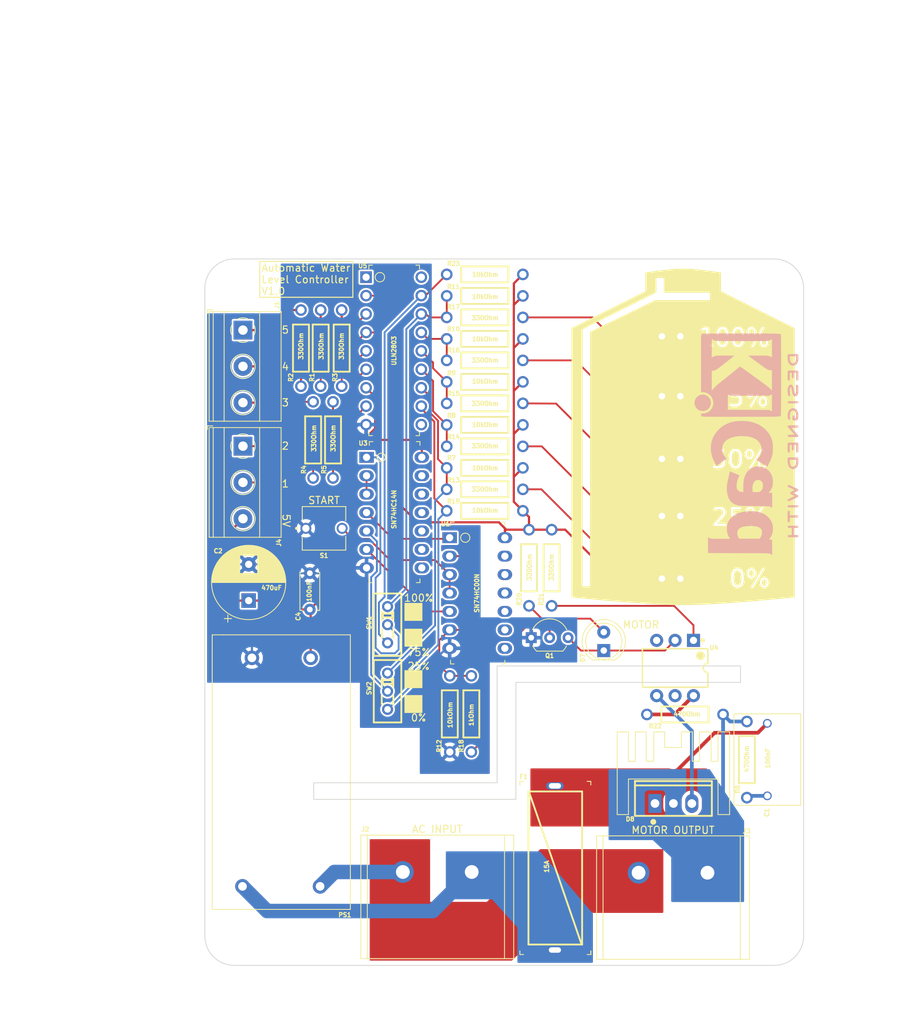
<source format=kicad_pcb>
(kicad_pcb (version 20211014) (generator pcbnew)
  (title_block (title "Controlador para tanque de agua") (date "2022-05-10") (rev "1") (company "Sasori"))
  (layers (0 "F.Cu" signal) (31 "B.Cu" signal) (34 "B.Paste" user) (35 "F.Paste" user) (36 "B.SilkS" user "B.Silkscreen") (37 "F.SilkS" user "F.Silkscreen") (38 "B.Mask" user) (39 "F.Mask" user) (44 "Edge.Cuts" user))
  (net 0 "")
  (net 1 "/5V")
  (net 2 "GNDPWR")
  (net 3 "/RED SNUBBER")
  (net 4 "Net-(D1-Pad1)")
  (net 5 "Net-(D3-Pad1)")
  (net 6 "Net-(D4-Pad1)")
  (net 7 "Net-(D5-Pad1)")
  (net 8 "Net-(D6-Pad1)")
  (net 9 "Net-(D7-Pad1)")
  (net 10 "Net-(D7-Pad2)")
  (net 11 "/LINEA-2")
  (net 12 "Net-(D8-Pad3)")
  (net 13 "/FUSE")
  (net 14 "/5")
  (net 15 "/4")
  (net 16 "/3")
  (net 17 "/LINEA-1")
  (net 18 "/2")
  (net 19 "/1")
  (net 20 "Net-(Q1-Pad2)")
  (net 21 "Net-(R1-Pad1)")
  (net 22 "Net-(R2-Pad1)")
  (net 23 "Net-(R3-Pad1)")
  (net 24 "Net-(R4-Pad1)")
  (net 25 "Net-(R5-Pad1)")
  (net 26 "/N1")
  (net 27 "/N2")
  (net 28 "/N3")
  (net 29 "/N4")
  (net 30 "/N5")
  (net 31 "/2Y")
  (net 32 "/N22")
  (net 33 "Net-(R21-Pad2)")
  (net 34 "Net-(R22-Pad1)")
  (net 35 "/N44")
  (net 36 "Net-(SW1-Pad2)")
  (net 37 "Net-(SW2-Pad2)")
  (net 38 "/SW1")
  (net 39 "Net-(U1-Pad1)")
  (net 40 "Net-(U1-Pad5)")
  (net 47 "/2A")
  (net 59 "Net-(C1-Pad1)")
  (footprint "LibreriaProyecto:cuadrado_inkscape" (layer "F.Cu") (at 135.382 102.997)
    (fp_text reference "75%")
    (fp_text value "LOGO")
  )
  (footprint "HuellasEasyEda:SW-TH_DEALON_SS-12D01-GX" (layer "F.Cu") (at 131.826 101.219 -90)
    (fp_text reference "SW1")
    (fp_text value "SW_SPDT")
  )
  (footprint "HuellasEasyEda:RES-TH_BD2.2-L6.5-P10.50-D0.9_Carbon" (layer "F.Cu") (at 151.3332 93.3704 -90)
    (fp_text reference "R20")
    (fp_text value "330Ohm")
  )
  (footprint "MountingHole:MountingHole_3mm" (layer "F.Cu") (at 131.4196 119.0498)
    (fp_text reference "REF**" hide)
    (fp_text value "MountingHole_3mm")
  )
  (footprint "HuellasEasyEda:CONN-TH_2P-P9.50_DBT50G-9.5-2P_BORNERA_220VAC_Sasori" (layer "F.Cu") (at 171.196 135.4074)
    (fp_text reference "J3")
    (fp_text value "TBLOCK-M2")
  )
  (footprint "HuellasEasyEda:RES-TH_BD2.2-L6.5-P10.50-D0.9_Carbon" (layer "F.Cu") (at 154.4574 93.3704 -90)
    (fp_text reference "R21")
    (fp_text value "330Ohm")
  )
  (footprint "HuellasEasyEda:CONN-TH_2P-P9.50_DBT50G-9.5-2P_BORNERA_220VAC_Sasori" (layer "F.Cu") (at 138.684 135.3058)
    (fp_text reference "J2")
    (fp_text value "TBLOCK-M2")
  )
  (footprint "HuellasEasyEda:RES-TH_BD2.2-L6.5-P10.50-D0.9_Carbon" (layer "F.Cu") (at 145.2372 70.708978)
    (fp_text reference "R15")
    (fp_text value "330Ohm")
  )
  (footprint "CustomFootprints:tanque_Sasori" (layer "F.Cu") (at 172.593 75.311)
    (fp_text reference "G***" hide)
    (fp_text value "LOGO" hide)
  )
  (footprint "HuellasEasyEda:RES-TH_BD2.2-L6.5-P10.50-D0.9_Carbon" (layer "F.Cu") (at 145.2372 61.821289 180)
    (fp_text reference "R10")
    (fp_text value "10kOhm")
  )
  (footprint "Capacitor_THT:CP_Radial_D10.0mm_P5.00mm" (layer "F.Cu") (at 112.6744 97.897077 90)
    (fp_text reference "C2")
    (fp_text value "470uF")
  )
  (footprint "LibreriaProyecto:cuadrado_inkscape" (layer "F.Cu") (at 135.382 99.441)
    (fp_text reference "100%")
    (fp_text value "LOGO")
  )
  (footprint "HuellasEasyEda:RES-TH_BD2.2-L6.5-P10.50-D0.9_Carbon" (layer "F.Cu") (at 119.8872 63.0936 90)
    (fp_text reference "R2")
    (fp_text value "330Ohm")
  )
  (footprint "HuellasEasyEda:RES-TH_BD2.2-L6.5-P10.50-D0.9_Carbon" (layer "F.Cu") (at 145.2372 76.634104)
    (fp_text reference "R14")
    (fp_text value "330Ohm")
  )
  (footprint "LED_THT:LED_D5.0mm" (layer "F.Cu") (at 169.667 69.723)
    (fp_text reference "D4" hide)
    (fp_text value "LED")
  )
  (footprint "MountingHole:MountingHole_3mm" (layer "F.Cu") (at 154.432 114.2238)
    (fp_text reference "REF**" hide)
    (fp_text value "MountingHole_3mm")
  )
  (footprint "FootprintsSnapeda:MetallizedPolypropyleneFilmCapacitor" (layer "F.Cu") (at 184.2008 119.8118 90)
    (fp_text reference "C1")
    (fp_text value "100nF")
  )
  (footprint "MountingHole:MountingHole_3mm" (layer "F.Cu") (at 185.1406 144.1196)
    (fp_text reference "REF**" hide)
    (fp_text value "MountingHole_3mm")
  )
  (footprint "HuellasEasyEda:PWRM-TH_TAS5-X-WEDT-CONVERTER-AC-DC_Sasori" (layer "F.Cu") (at 117.1702 121.539 90)
    (fp_text reference "PS1")
    (fp_text value "HS-40005")
  )
  (footprint "HuellasEasyEda:RES-TH_BD2.2-L6.5-P10.50-D0.9_Carbon" (layer "F.Cu") (at 125.5006 63.0936 90)
    (fp_text reference "R3")
    (fp_text value "330Ohm")
  )
  (footprint "HuellasEasyEda:RES-TH_BD2.2-L6.5-P10.50-D0.9_Carbon" (layer "F.Cu") (at 181.3814 119.8118 90)
    (fp_text reference "R6")
    (fp_text value "470Ohm")
  )
  (footprint "LED_THT:LED_D5.0mm" (layer "F.Cu") (at 169.667 86.233)
    (fp_text reference "D3" hide)
    (fp_text value "LED")
  )
  (footprint "FootprintsSnapeda:HSINK_20_15_11_mm_TO_220" (layer "F.Cu") (at 171.1972 120.2914)
    (fp_text reference "REF**" hide)
    (fp_text value "HSINK_SK_95_25_STS_TO_220")
  )
  (footprint "Package_TO_SOT_THT:TO-92_Inline_Wide" (layer "F.Cu") (at 151.64 103.01)
    (fp_text reference "Q1")
    (fp_text value "2N3904")
  )
  (footprint "HuellasEasyEda:RES-TH_BD2.2-L6.5-P10.50-D0.9_Carbon" (layer "F.Cu") (at 145.2372 55.896163 180)
    (fp_text reference "R11")
    (fp_text value "10kOhm")
  )
  (footprint "HuellasEasyEda:DIP-6_L8.5-W6.4-P2.54-LS7.6-BL_MOC3021" (layer "F.Cu") (at 171.4754 107.188 180)
    (fp_text reference "U4")
    (fp_text value "MOC3021")
  )
  (footprint "MountingHole:MountingHole_3mm" (layer "F.Cu") (at 110.6932 54.864)
    (fp_text reference "REF**" hide)
    (fp_text value "MountingHole_3mm")
  )
  (footprint "HuellasEasyEda:RES-TH_BD2.2-L6.5-P10.50-D0.9_Carbon" (layer "F.Cu") (at 143.383 113.5126 -90)
    (fp_text reference "R18")
    (fp_text value "1kOhm")
  )
  (footprint "HuellasEasyEda:RES-TH_BD2.2-L6.5-P10.50-D0.9_Carbon" (layer "F.Cu") (at 122.605 63.0936 90)
    (fp_text reference "R1")
    (fp_text value "330Ohm")
  )
  (footprint "HuellasEasyEda:RES-TH_BD2.2-L6.5-P10.50-D0.9_Carbon" (layer "F.Cu") (at 145.2372 52.9336 180)
    (fp_text reference "R23")
    (fp_text value "10kOhm")
  )
  (footprint "HuellasEasyEda:RES-TH_BD2.2-L6.5-P10.50-D0.9_Carbon" (layer "F.Cu") (at 145.2372 67.746415 180)
    (fp_text reference "R9")
    (fp_text value "10kOhm")
  )
  (footprint "MountingHole:MountingHole_3mm" (layer "F.Cu") (at 110.6932 144.1196)
    (fp_text reference "REF**" hide)
    (fp_text value "MountingHole_3mm")
  )
  (footprint "HuellasEasyEda:DIP-14_L19.0-W7.0-P2.54-LS7.6-BL" (layer "F.Cu") (at 144.1958 96.8502 -90)
    (fp_text reference "U1")
    (fp_text value "SN74HC00N")
  )
  (footprint "LED_THT:LED_D5.0mm" (layer "F.Cu") (at 169.667 94.869)
    (fp_text reference "D1" hide)
    (fp_text value "LED")
  )
  (footprint "TerminalBlock_Phoenix:TerminalBlock_Phoenix_MKDS-1,5-3_1x03_P5.00mm_Horizontal" (layer "F.Cu") (at 111.887 60.6082 -90)
    (fp_text reference "J1")
    (fp_text value "Screw_Terminal_01x03")
  )
  (footprint "LED_THT:LED_D5.0mm" (layer "F.Cu") (at 161.6456 104.78 90)
    (fp_text reference "D7")
    (fp_text value "LED")
  )
  (footprint "HuellasEasyEda:RES-TH_BD2.2-L6.5-P10.50-D0.9_Carbon" (layer "F.Cu") (at 145.2372 79.596667 180)
    (fp_text reference "R7")
    (fp_text value "10kOhm")
  )
  (footprint "MountingHole:MountingHole_3mm" (layer "F.Cu") (at 185.1406 54.864)
    (fp_text reference "REF**" hide)
    (fp_text value "MountingHole_3mm")
  )
  (footprint "HuellasEasyEda:TO-220-3_L10.0-W4.5-P2.54-L_TRIAC" (layer "F.Cu") (at 171.248 125.8667)
    (fp_text reference "D8")
    (fp_text value "TXDV1212")
  )
  (footprint "HuellasEasyEda:RES-TH_BD2.2-L6.5-P10.50-D0.9_Carbon" (layer "F.Cu") (at 121.5636 75.7428 90)
    (fp_text reference "R4")
    (fp_text value "330Ohm")
  )
  (footprint "HuellasEasyEda:RES-TH_BD2.2-L6.5-P10.50-D0.9_Carbon" (layer "F.Cu") (at 145.2372 85.5218 180)
    (fp_text reference "R19")
    (fp_text value "10kOhm")
  )
  (footprint "HuellasEasyEda:RES-TH_BD2.2-L6.5-P10.50-D0.9_Carbon" (layer "F.Cu") (at 172.847 113.5888)
    (fp_text reference "R22")
    (fp_text value "470Ohm")
  )
  (footprint "LibreriaProyecto:cuadrado_inkscape" (layer "F.Cu") (at 135.382 112.141)
    (fp_text reference "0%")
    (fp_text value "LOGO" hide)
  )
  (footprint "LED_THT:LED_D5.0mm" (layer "F.Cu") (at 169.667 61.468)
    (fp_text reference "D6" hide)
    (fp_text value "LED")
  )
  (footprint "HuellasEasyEda:RES-TH_BD2.2-L6.5-P10.50-D0.9_Carbon" (layer "F.Cu") (at 124.3068 75.7428 90)
    (fp_text reference "R5")
    (fp_text value "330Ohm")
  )
  (footprint "HuellasEasyEda:SW-TH_DEALON_SS-12D01-GX" (layer "F.Cu") (at 131.826 110.3884 -90)
    (fp_text reference "SW2")
    (fp_text value "SW_SPDT")
  )
  (footprint "HuellasEasyEda:RES-TH_BD2.2-L6.5-P10.50-D0.9_Carbon" (layer "F.Cu") (at 145.2372 58.858726)
    (fp_text reference "R17")
    (fp_text value "330Ohm")
  )
  (footprint "HuellasEasyEda:DIP-18_L23.0-W6.5-P2.54-LS7.6-BL" (layer "F.Cu") (at 132.6769 63.4746 -90)
    (fp_text reference "U5")
    (fp_text value "ULN2803")
  )
  (footprint "HuellasEasyEda:RES-TH_BD2.2-L6.5-P10.50-D0.9_Carbon" (layer "F.Cu") (at 140.4112 113.5126 -90)
    (fp_text reference "R12")
    (fp_text value "10kOhm")
  )
  (footprint "FootprintsSnapeda:SW_BUTT-2" (layer "F.Cu") (at 123.063 87.9348)
    (fp_text reference "S1")
    (fp_text value "BUTTON")
  )
  (footprint "HuellasEasyEda:FUSE-TH_L22.6-W9.0_15A" (layer "F.Cu") (at 154.9065 134.75 -90)
    (fp_text reference "F1")
    (fp_text value "15A")
  )
  (footprint "HuellasEasyEda:DIP-14_L19.1-W6.4-P2.54-LS7.6-BL" (layer "F.Cu") (at 132.7404 85.7631 -90)
    (fp_text reference "U3")
    (fp_text value "SN74HC14N")
  )
  (footprint "HuellasEasyEda:RES-TH_BD2.2-L6.5-P10.50-D0.9_Carbon" (layer "F.Cu") (at 145.2372 82.55923)
    (fp_text reference "R13")
    (fp_text value "330Ohm")
  )
  (footprint "HuellasEasyEda:RES-TH_BD2.2-L6.5-P10.50-D0.9_Carbon" (layer "F.Cu") (at 145.2372 73.671541 180)
    (fp_text reference "R8")
    (fp_text value "10kOhm")
  )
  (footprint "LED_THT:LED_D5.0mm" (layer "F.Cu") (at 169.667 78.359)
    (fp_text reference "D5" hide)
    (fp_text value "LED")
  )
  (footprint "HuellasEasyEda:RES-TH_BD2.2-L6.5-P10.50-D0.9_Carbon" (layer "F.Cu") (at 145.2372 64.783852)
    (fp_text reference "R16")
    (fp_text value "330Ohm")
  )
  (footprint "Capacitor_THT:C_Disc_D5.0mm_W2.5mm_P5.00mm" (layer "F.Cu") (at 121.1072 99.1216 90)
    (fp_text reference "C4")
    (fp_text value "100nF")
  )
  (footprint "TerminalBlock_Phoenix:TerminalBlock_Phoenix_MKDS-1,5-3_1x03_P5.00mm_Horizontal" (layer "F.Cu") (at 111.8872 76.6064 -90)
    (fp_text reference "J4")
    (fp_text value "Screw_Terminal_01x03")
  )
  (footprint "LibreriaProyecto:cuadrado_inkscape" (layer "F.Cu") (at 135.382 108.712)
    (fp_text reference "25%")
    (fp_text value "LOGO" hide)
  )
  (footprint "Symbol:KiCad-Logo2_12mm_SilkScreen" (layer "B.Cu") (at 180.086 76.327 -90)
    (fp_text reference "REF**" hide)
    (fp_text value "KiCad-Logo2_12mm_SilkScreen" hide)
  )
  (gr_line (start 114.21 56.0865) (end 114.21 51.1335) (layer "F.SilkS") (width 0.15))
  (gr_line (start 114.21 51.1335) (end 127.037 51.1335) (layer "F.SilkS") (width 0.15))
  (gr_line (start 127.037 56.0865) (end 114.21 56.0865) (layer "F.SilkS") (width 0.15))
  (gr_line (start 127.037 51.1335) (end 127.037 56.0865) (layer "F.SilkS") (width 0.15))
  (gr_line (start 146.939 106.9086) (end 180.4924 106.9086) (layer "Edge.Cuts") (width 0.1))
  (gr_line (start 110.6932 50.8) (end 185.1406 50.8) (layer "Edge.Cuts") (width 0.1))
  (gr_line (start 106.6292 144.1196) (end 106.6292 54.864) (layer "Edge.Cuts") (width 0.1))
  (gr_line (start 149.5298 109.1692) (end 149.5298 125.2982) (layer "Edge.Cuts") (width 0.1))
  (gr_line (start 121.6406 125.2982) (end 121.6406 123.0122) (layer "Edge.Cuts") (width 0.1))
  (gr_line (start 121.6406 123.0122) (end 146.939 123.0122) (layer "Edge.Cuts") (width 0.1))
  (gr_arc (start 110.6932 148.1836) (mid 107.819518 146.993282) (end 106.6292 144.1196) (layer "Edge.Cuts") (width 0.1))
  (gr_arc (start 106.6292 54.864) (mid 107.819518 51.990318) (end 110.6932 50.8) (layer "Edge.Cuts") (width 0.1))
  (gr_line (start 180.4924 109.1692) (end 149.5298 109.1692) (layer "Edge.Cuts") (width 0.1))
  (gr_line (start 146.939 123.0122) (end 146.939 106.9086) (layer "Edge.Cuts") (width 0.1))
  (gr_arc (start 189.2046 144.1196) (mid 188.014282 146.993282) (end 185.1406 148.1836) (layer "Edge.Cuts") (width 0.1))
  (gr_arc (start 185.1406 50.8) (mid 188.014282 51.990318) (end 189.2046 54.864) (layer "Edge.Cuts") (width 0.1))
  (gr_line (start 149.5298 125.2982) (end 121.6406 125.2982) (layer "Edge.Cuts") (width 0.1))
  (gr_line (start 180.4924 106.9086) (end 180.4924 109.1692) (layer "Edge.Cuts") (width 0.1))
  (gr_line (start 189.2046 54.864) (end 189.2046 144.1196) (layer "Edge.Cuts") (width 0.1))
  (gr_line (start 110.6932 148.1836) (end 185.1406 148.1836) (layer "Edge.Cuts") (width 0.1))
  (gr_text "Automatic Water \nLevel Controller \nV1.0" (at 114.36 53.64) (layer "F.SilkS") (effects (font (size 1 1)) (justify left)))
  (gr_text "5V" (at 117.856 86.868 270) (layer "F.SilkS") (effects (font (size 1 1))))
  (gr_text "AC INPUT" (at 138.684 129.413) (layer "F.SilkS") (effects (font (size 1 1))))
  (gr_text "3" (at 117.729 70.612) (layer "F.SilkS") (effects (font (size 1 1))))
  (gr_text "START" (at 123.063 84.074) (layer "F.SilkS") (effects (font (size 1 1))))
  (gr_text "MOTOR" (at 166.77 101.22) (layer "F.SilkS") (effects (font (size 1 1))))
  (gr_text "4" (at 117.729 65.659) (layer "F.SilkS") (effects (font (size 1 1))))
  (gr_text "5" (at 117.729 60.579) (layer "F.SilkS") (effects (font (size 1 1))))
  (gr_text "2" (at 117.729 76.581) (layer "F.SilkS") (effects (font (size 1 1))))
  (gr_text "MOTOR OUTPUT" (at 171.196 129.54) (layer "F.SilkS") (effects (font (size 1 1))))
  (gr_text "1" (at 117.729 81.788) (layer "F.SilkS") (effects (font (size 1 1))))
  (segment (start 171.577 96.901) (end 172.212 96.266) (width 0.3) (layer "F.Cu") (net 1))
  (segment (start 149.2372 80.846667) (end 150.4872 79.596667) (width 0.3) (layer "F.Cu") (net 1))
  (segment (start 172.207 86.233) (end 172.207 78.359) (width 0.3) (layer "F.Cu") (net 1))
  (segment (start 149.2372 74.921541) (end 149.2372 68.996415) (width 0.3) (layer "F.Cu") (net 1))
  (segment (start 121.2202 105.789) (end 121.2202 99.2346) (width 0.3) (layer "F.Cu") (net 1))
  (segment (start 147.32 87.249) (end 147.1741 87.1031) (width 0.3) (layer "F.Cu") (net 1))
  (segment (start 172.207 69.723) (end 172.207 61.468) (width 0.3) (layer "F.Cu") (net 1))
  (segment (start 154.4574 88.1204) (end 156.3194 88.1204) (width 0.3) (layer "F.Cu") (net 1))
  (segment (start 150.4872 52.9336) (end 149.2504 54.1704) (width 0.3) (layer "F.Cu") (net 1))
  (segment (start 149.2372 80.846667) (end 149.2372 74.921541) (width 0.3) (layer "F.Cu") (net 1))
  (segment (start 127.4804 76.9431) (end 128.6807 75.7428) (width 0.3) (layer "F.Cu") (net 1))
  (segment (start 149.2372 68.996415) (end 149.2372 63.071289) (width 0.3) (layer "F.Cu") (net 1))
  (segment (start 109.7788 88.7148) (end 111.8872 86.6064) (width 0.3) (layer "F.Cu") (net 1))
  (segment (start 148.0058 87.9348) (end 148.0058 89.2302) (width 0.3) (layer "F.Cu") (net 1))
  (segment (start 147.32 87.249) (end 148.0058 87.9348) (width 0.3) (layer "F.Cu") (net 1))
  (segment (start 133.223 75.7428) (end 135.7884 75.7428) (width 0.3) (layer "F.Cu") (net 1))
  (segment (start 123.6218 86.106) (end 127.4804 82.2474) (width 0.3) (layer "F.Cu") (net 1))
  (segment (start 156.3194 88.1204) (end 165.1 96.901) (width 0.3) (layer "F.Cu") (net 1))
  (segment (start 123.6218 96.607) (end 123.6218 86.106) (width 0.3) (layer "F.Cu") (net 1))
  (segment (start 109.7788 96.3676) (end 109.7788 88.7148) (width 0.3) (layer "F.Cu") (net 1))
  (segment (start 151.3332 88.1204) (end 154.4574 88.1204) (width 0.3) (layer "F.Cu") (net 1))
  (segment (start 148.0058 89.2302) (end 148.0058 88.306) (width 0.3) (layer "F.Cu") (net 1))
  (segment (start 149.2372 63.071289) (end 149.2372 57.146163) (width 0.3) (layer "F.Cu") (net 1))
  (segment (start 172.207 96.261) (end 172.207 94.869) (width 0.3) (layer "F.Cu") (net 1))
  (segment (start 151.3332 86.3678) (end 150.4872 85.5218) (width 0.3) (layer "F.Cu") (net 1))
  (segment (start 135.7884 75.7428) (end 136.5504 76.5048) (width 0.3) (layer "F.Cu") (net 1))
  (segment (start 117.1556 99.1216) (end 121.1072 99.1216) (width 0.3) (layer "F.Cu") (net 1))
  (segment (start 147.1741 87.1031) (end 135.943344 87.1031) (width 0.3) (layer "F.Cu") (net 1))
  (segment (start 111.308277 97.897077) (end 109.7788 96.3676) (width 0.3) (layer "F.Cu") (net 1))
  (segment (start 128.6807 75.7428) (end 133.223 75.7428) (width 0.3) (layer "F.Cu") (net 1))
  (segment (start 121.2202 99.2346) (end 121.1072 99.1216) (width 0.3) (layer "F.Cu") (net 1))
  (segment (start 149.2372 84.2718) (end 149.2372 80.846667) (width 0.3) (layer "F.Cu") (net 1))
  (segment (start 149.2504 57.132963) (end 149.2372 57.146163) (width 0.3) (layer "F.Cu") (net 1))
  (segment (start 149.2372 74.921541) (end 150.4872 73.671541) (width 0.3) (layer "F.Cu") (net 1))
  (segment (start 147.32 87.249) (end 148.1914 88.1204) (width 0.3) (layer "F.Cu") (net 1))
  (segment (start 135.943344 87.1031) (end 132.5372 83.696956) (width 0.3) (layer "F.Cu") (net 1))
  (segment (start 172.207 94.869) (end 172.207 86.233) (width 0.3) (layer "F.Cu") (net 1))
  (segment (start 148.1914 88.1204) (end 151.3332 88.1204) (width 0.3) (layer "F.Cu") (net 1))
  (segment (start 149.2372 57.146163) (end 150.4872 55.896163) (width 0.3) (layer "F.Cu") (net 1))
  (segment (start 133.1976 75.7428) (end 133.223 75.7428) (width 0.3) (layer "F.Cu") (net 1))
  (segment (start 132.5372 76.4032) (end 133.1976 75.7428) (width 0.3) (layer "F.Cu") (net 1))
  (segment (start 136.5504 76.5048) (end 136.5504 78.1431) (width 0.3) (layer "F.Cu") (net 1))
  (segment (start 112.6744 97.897077) (end 115.931077 97.897077) (width 0.3) (layer "F.Cu") (net 1))
  (segment (start 149.2372 63.071289) (end 150.4872 61.821289) (width 0.3) (layer "F.Cu") (net 1))
  (segment (start 149.2372 68.996415) (end 150.4872 67.746415) (width 0.3) (layer "F.Cu") (net 1))
  (segment (start 112.6744 97.897077) (end 111.308277 97.897077) (width 0.3) (layer "F.Cu") (net 1))
  (segment (start 115.931077 97.897077) (end 117.1556 99.1216) (width 0.3) (layer "F.Cu") (net 1))
  (segment (start 148.0058 88.306) (end 148.1914 88.1204) (width 0.3) (layer "F.Cu") (net 1))
  (segment (start 151.3332 88.1204) (end 151.3332 86.3678) (width 0.3) (layer "F.Cu") (net 1))
  (segment (start 172.212 96.266) (end 172.207 96.261) (width 0.3) (layer "F.Cu") (net 1))
  (segment (start 165.1 96.901) (end 171.577 96.901) (width 0.3) (layer "F.Cu") (net 1))
  (segment (start 149.2504 54.1704) (end 149.2504 57.132963) (width 0.3) (layer "F.Cu") (net 1))
  (segment (start 127.4804 82.2474) (end 127.4804 76.9431) (width 0.3) (layer "F.Cu") (net 1))
  (segment (start 121.1072 99.1216) (end 123.6218 96.607) (width 0.3) (layer "F.Cu") (net 1))
  (segment (start 150.4872 85.5218) (end 149.2372 84.2718) (width 0.3) (layer "F.Cu") (net 1))
  (segment (start 132.5372 83.696956) (end 132.5372 76.4032) (width 0.3) (layer "F.Cu") (net 1))
  (segment (start 172.207 78.359) (end 172.207 69.723) (width 0.3) (layer "F.Cu") (net 1))
  (segment (start 138.2014 106.1974) (end 136.1186 108.2802) (width 0.3) (layer "B.Cu") (net 2))
  (segment (start 136.1186 113.3348) (end 134.6962 114.7572) (width 0.3) (layer "B.Cu") (net 2))
  (segment (start 111.191923 92.897077) (end 112.6744 92.897077) (width 0.3) (layer "B.Cu") (net 2))
  (segment (start 113.1202 103.3412) (end 110.363 100.584) (width 0.3) (layer "B.Cu") (net 2))
  (segment (start 110.363 100.584) (end 110.363 93.726) (width 0.3) (layer "B.Cu") (net 2))
  (segment (start 128.9304 113.792) (end 128.9304 93.3831) (width 0.3) (layer "B.Cu") (net 2))
  (segment (start 128.8669 73.6346) (end 127.8636 73.6346) (width 0.3) (layer "B.Cu") (net 2))
  (segment (start 120.563 87.9348) (end 117.8941 90.6037) (width 0.3) (layer "B.Cu") (net 2))
  (segment (start 129.8956 114.7572) (end 128.9304 113.792) (width 0.3) (layer "B.Cu") (net 2))
  (segment (start 149.7076 106.1974) (end 138.2014 106.1974) (width 0.3) (layer "B.Cu") (net 2))
  (segment (start 117.154077 92.897077) (end 117.8941 93.6371) (width 0.3) (layer "B.Cu") (net 2))
  (segment (start 113.1202 105.789) (end 113.1202 103.3412) (width 0.3) (layer "B.Cu") (net 2))
  (segment (start 118.3786 94.1216) (end 121.1072 94.1216) (width 0.3) (layer "B.Cu") (net 2))
  (segment (start 151.64 103.01) (end 151.64 104.265) (width 0.3) (layer "B.Cu") (net 2))
  (segment (start 117.8941 90.6037) (end 117.8941 93.6371) (width 0.3) (layer "B.Cu") (net 2))
  (segment (start 124.9026 94.1216) (end 125.6411 93.3831) (width 0.3) (layer "B.Cu") (net 2))
  (segment (start 134.6962 114.7572) (end 129.8956 114.7572) (width 0.3) (layer "B.Cu") (net 2))
  (segment (start 121.1072 94.1216) (end 124.9026 94.1216) (width 0.3) (layer "B.Cu") (net 2))
  (segment (start 140.3858 104.4702) (end 139.9286 104.4702) (width 0.3) (layer "B.Cu") (net 2))
  (segment (start 127.8636 73.6346) (end 126.767 74.7312) (width 0.3) (layer "B.Cu") (net 2))
  (segment (start 151.64 104.265) (end 149.7076 106.1974) (width 0.3) (layer "B.Cu") (net 2))
  (segment (start 112.6744 92.897077) (end 117.154077 92.897077) (width 0.3) (layer "B.Cu") (net 2))
  (segment (start 136.1186 108.2802) (end 136.1186 113.3348) (width 0.3) (layer "B.Cu") (net 2))
  (segment (start 110.363 93.726) (end 111.191923 92.897077) (width 0.3) (layer "B.Cu") (net 2))
  (segment (start 126.767 74.7312) (end 126.767 92.2572) (width 0.3) (layer "B.Cu") (net 2))
  (segment (start 139.9286 104.4702) (end 138.2014 106.1974) (width 0.3) (layer "B.Cu") (net 2))
  (segment (start 117.8941 93.6371) (end 118.3786 94.1216) (width 0.3) (layer "B.Cu") (net 2))
  (segment (start 126.767 92.2572) (end 125.6411 93.3831) (width 0.3) (layer "B.Cu") (net 2))
  (segment (start 125.6411 93.3831) (end 128.9304 93.3831) (width 0.3) (layer "B.Cu") (net 2))
  (segment (start 168.708 124.342) (end 168.708 125.8617) (width 0.508) (layer "F.Cu") (net 3))
  (segment (start 182.8968 116.1158) (end 176.9342 116.1158) (width 0.508) (layer "F.Cu") (net 3))
  (segment (start 184.2008 114.8118) (end 182.8968 116.1158) (width 0.508) (layer "F.Cu") (net 3))
  (segment (start 176.9342 116.1158) (end 168.708 124.342) (width 0.508) (layer "F.Cu") (net 3))
  (segment (start 150.4872 82.55923) (end 153.04423 82.55923) (width 0.25) (layer "F.Cu") (net 4))
  (segment (start 165.354 94.869) (end 169.667 94.869) (width 0.25) (layer "F.Cu") (net 4))
  (segment (start 153.04423 82.55923) (end 165.354 94.869) (width 0.25) (layer "F.Cu") (net 4))
  (segment (start 150.4872 76.634104) (end 153.088104 76.634104) (width 0.25) (layer "F.Cu") (net 5))
  (segment (start 153.088104 76.634104) (end 162.687 86.233) (width 0.25) (layer "F.Cu") (net 5))
  (segment (start 162.687 86.233) (end 169.667 86.233) (width 0.25) (layer "F.Cu") (net 5))
  (segment (start 157.747852 64.783852) (end 162.687 69.723) (width 0.25) (layer "F.Cu") (net 6))
  (segment (start 162.687 69.723) (end 169.667 69.723) (width 0.25) (layer "F.Cu") (net 6))
  (segment (start 150.4872 64.783852) (end 157.747852 64.783852) (width 0.25) (layer "F.Cu") (net 6))
  (segment (start 155.067 70.739) (end 162.687 78.359) (width 0.25) (layer "F.Cu") (net 7))
  (segment (start 162.687 78.359) (end 169.667 78.359) (width 0.25) (layer "F.Cu") (net 7))
  (segment (start 155.067 70.739) (end 150.4872 70.708978) (width 0.25) (layer "F.Cu") (net 7))
  (segment (start 150.4872 58.858726) (end 160.077726 58.858726) (width 0.25) (layer "F.Cu") (net 8))
  (segment (start 162.687 61.468) (end 169.667 61.468) (width 0.25) (layer "F.Cu") (net 8))
  (segment (start 160.077726 58.858726) (end 162.687 61.468) (width 0.25) (layer "F.Cu") (net 8))
  (segment (start 156.72 103.01) (end 158.49 104.78) (width 0.25) (layer "F.Cu") (net 9))
  (segment (start 161.6456 104.78) (end 170.0734 104.78) (width 0.25) (layer "F.Cu") (net 9))
  (segment (start 170.0734 104.78) (end 171.4754 103.378) (width 0.25) (layer "F.Cu") (net 9))
  (segment (start 158.49 104.78) (end 161.6456 104.78) (width 0.25) (layer "F.Cu") (net 9))
  (segment (start 153.0936 100.3808) (end 159.7864 100.3808) (width 0.25) (layer "F.Cu") (net 10))
  (segment (start 159.7864 100.3808) (end 161.6456 102.24) (width 0.25) (layer "F.Cu") (net 10))
  (segment (start 151.3332 98.6204) (end 153.0936 100.3808) (width 0.25) (layer "F.Cu") (net 10))
  (segment (start 178.097 133.2564) (end 175.946 135.4074) (width 0.508) (layer "B.Cu") (net 11))
  (segment (start 181.3814 114.5618) (end 179.07 114.5618) (width 0.508) (layer "B.Cu") (net 11))
  (segment (start 178.097 113.5888) (end 178.097 133.2564) (width 0.508) (layer "B.Cu") (net 11))
  (segment (start 179.07 114.5618) (end 178.097 113.5888) (width 0.508) (layer "B.Cu") (net 11))
  (segment (start 168.9354 110.998) (end 173.788 115.8506) (width 0.508) (layer "B.Cu") (net 12))
  (segment (start 173.788 115.8506) (end 173.788 125.8717) (width 0.508) (layer "B.Cu") (net 12))
  (segment (start 138.0492 140.6906) (end 143.434 135.3058) (width 2) (layer "B.Cu") (net 13))
  (segment (start 111.8202 137.289) (end 115.2218 140.6906) (width 2) (layer "B.Cu") (net 13))
  (segment (start 115.2218 140.6906) (end 138.0492 140.6906) (width 2) (layer "B.Cu") (net 13))
  (segment (start 111.887 60.6082) (end 114.8804 60.6082) (width 0.3) (layer "F.Cu") (net 14))
  (segment (start 114.8804 60.6082) (end 117.645 57.8436) (width 0.3) (layer "F.Cu") (net 14))
  (segment (start 117.645 57.8436) (end 119.8872 57.8436) (width 0.3) (layer "F.Cu") (net 14))
  (segment (start 116.6114 65.6082) (end 122.6058 59.6138) (width 0.3) (layer "F.Cu") (net 15))
  (segment (start 111.887 65.6082) (end 116.6114 65.6082) (width 0.3) (layer "F.Cu") (net 15))
  (segment (start 122.605 59.613) (end 122.605 57.8436) (width 0.3) (layer "F.Cu") (net 15))
  (segment (start 122.6058 59.6138) (end 122.605 59.613) (width 0.25) (layer "F.Cu") (net 15))
  (segment (start 114.2022 70.6082) (end 111.887 70.6082) (width 0.3) (layer "F.Cu") (net 16))
  (segment (start 125.5006 59.3098) (end 114.2022 70.6082) (width 0.3) (layer "F.Cu") (net 16))
  (segment (start 125.5006 57.8436) (end 125.5006 59.3098) (width 0.3) (layer "F.Cu") (net 16))
  (segment (start 133.934 135.3058) (end 124.5034 135.3058) (width 2) (layer "B.Cu") (net 17))
  (segment (start 124.5034 135.3058) (end 122.5202 137.289) (width 2) (layer "B.Cu") (net 17))
  (segment (start 119.8802 70.4928) (end 113.7412 76.6318) (width 0.25) (layer "F.Cu") (net 18))
  (segment (start 113.7412 76.6318) (end 113.7158 76.6064) (width 0.25) (layer "F.Cu") (net 18))
  (segment (start 113.7158 76.6064) (end 111.8872 76.6064) (width 0.25) (layer "F.Cu") (net 18))
  (segment (start 121.5636 70.4928) (end 119.8802 70.4928) (width 0.25) (layer "F.Cu") (net 18))
  (segment (start 115.9802 81.6064) (end 111.8872 81.6064) (width 0.25) (layer "F.Cu") (net 19))
  (segment (start 124.3068 73.2798) (end 115.9802 81.6064) (width 0.25) (layer "F.Cu") (net 19))
  (segment (start 124.3068 70.4928) (end 124.3068 73.2798) (width 0.25) (layer "F.Cu") (net 19))
  (segment (start 150.93 101.5) (end 153.62 101.5) (width 0.25) (layer "F.Cu") (net 20))
  (segment (start 145.1786 116.967) (end 145.1864 116.967) (width 0.25) (layer "F.Cu") (net 20))
  (segment (start 149.17 103.26) (end 150.93 101.5) (width 0.25) (layer "F.Cu") (net 20))
  (segment (start 145.3642 116.7892) (end 145.3642 104.9258) (width 0.25) (layer "F.Cu") (net 20))
  (segment (start 145.3642 104.9258) (end 147.03 103.26) (width 0.25) (layer "F.Cu") (net 20))
  (segment (start 153.62 101.5) (end 154.18 102.06) (width 0.25) (layer "F.Cu") (net 20))
  (segment (start 147.03 103.26) (end 149.17 103.26) (width 0.25) (layer "F.Cu") (net 20))
  (segment (start 143.383 118.7626) (end 145.1786 116.967) (width 0.25) (layer "F.Cu") (net 20))
  (segment (start 145.1864 116.967) (end 145.3642 116.7892) (width 0.25) (layer "F.Cu") (net 20))
  (segment (start 154.18 102.06) (end 154.18 103.01) (width 0.25) (layer "F.Cu") (net 20))
  (segment (start 122.605 67.1965) (end 128.8669 60.9346) (width 0.25) (layer "F.Cu") (net 21))
  (segment (start 122.605 68.3436) (end 122.605 67.1965) (width 0.25) (layer "F.Cu") (net 21))
  (segment (start 128.8669 60.9346) (end 130.2512 60.9346) (width 0.25) (layer "F.Cu") (net 21))
  (segment (start 130.2512 60.9346) (end 130.7846 60.4012) (width 0.25) (layer "F.Cu") (net 21))
  (segment (start 130.7846 56.515) (end 130.1242 55.8546) (width 0.25) (layer "F.Cu") (net 21))
  (segment (start 130.1242 55.8546) (end 128.8669 55.8546) (width 0.25) (layer "F.Cu") (net 21))
  (segment (start 130.7846 60.4012) (end 130.7846 56.515) (width 0.25) (layer "F.Cu") (net 21))
  (segment (start 119.8872 67.3743) (end 128.8669 58.3946) (width 0.25) (layer "F.Cu") (net 22))
  (segment (start 119.8872 68.3436) (end 119.8872 67.3743) (width 0.25) (layer "F.Cu") (net 22))
  (segment (start 125.5006 68.3436) (end 125.5006 66.8409) (width 0.25) (layer "F.Cu") (net 23))
  (segment (start 125.5006 66.8409) (end 128.8669 63.4746) (width 0.25) (layer "F.Cu") (net 23))
  (segment (start 128.8669 66.0146) (end 127.36195 67.51955) (width 0.25) (layer "F.Cu") (net 24))
  (segment (start 121.5636 78.3979) (end 127.36195 72.59955) (width 0.25) (layer "F.Cu") (net 24))
  (segment (start 127.36195 72.59955) (end 128.8669 71.0946) (width 0.25) (layer "F.Cu") (net 24))
  (segment (start 121.5636 80.9928) (end 121.5636 78.3979) (width 0.25) (layer "F.Cu") (net 24))
  (segment (start 127.36195 67.51955) (end 127.36195 72.59955) (width 0.25) (layer "F.Cu") (net 24))
  (segment (start 128.8669 68.5546) (end 130.0919 69.7796) (width 0.25) (layer "F.Cu") (net 25))
  (segment (start 124.3068 78.6646) (end 124.3068 80.9928) (width 0.25) (layer "F.Cu") (net 25))
  (segment (start 129.0828 75.1678) (end 127.8036 75.1678) (width 0.25) (layer "F.Cu") (net 25))
  (segment (start 130.0919 69.7796) (end 130.0919 74.1587) (width 0.25) (layer "F.Cu") (net 25))
  (segment (start 130.0919 74.1587) (end 129.0828 75.1678) (width 0.25) (layer "F.Cu") (net 25))
  (segment (start 127.8036 75.1678) (end 124.3068 78.6646) (width 0.25) (layer "F.Cu") (net 25))
  (segment (start 137.6498 69.7175) (end 136.4869 68.5546) (width 0.25) (layer "F.Cu") (net 26))
  (segment (start 137.6498 71.970537) (end 137.6498 69.7175) (width 0.25) (layer "F.Cu") (net 26))
  (segment (start 139.9872 79.596667) (end 139.9872 82.55923) (width 0.25) (layer "F.Cu") (net 26))
  (segment (start 138.7856 73.106337) (end 137.6498 71.970537) (width 0.25) (layer "F.Cu") (net 26))
  (segment (start 138.7856 78.395067) (end 138.7856 73.106337) (width 0.25) (layer "F.Cu") (net 26))
  (segment (start 139.9872 79.596667) (end 138.7856 78.395067) (width 0.25) (layer "F.Cu") (net 26))
  (segment (start 138.4046 84.1502) (end 138.3864 84.1684) (width 0.25) (layer "B.Cu") (net 26))
  (segment (start 139.9872 82.55923) (end 138.4046 84.14183) (width 0.25) (layer "B.Cu") (net 26))
  (segment (start 138.3864 84.1684) (end 138.3864 101.328) (width 0.25) (layer "B.Cu") (net 26))
  (segment (start 138.3864 101.328) (end 131.826 107.8884) (width 0.25) (layer "B.Cu") (net 26))
  (segment (start 138.4046 84.14183) (end 138.4046 84.1502) (width 0.25) (layer "B.Cu") (net 26))
  (segment (start 139.9872 73.671541) (end 138.0998 71.784141) (width 0.25) (layer "F.Cu") (net 27))
  (segment (start 138.0998 67.6275) (end 136.4869 66.0146) (width 0.25) (layer "F.Cu") (net 27))
  (segment (start 138.0998 71.784141) (end 138.0998 67.6275) (width 0.25) (layer "F.Cu") (net 27))
  (segment (start 139.9872 73.671541) (end 139.9872 76.634104) (width 0.25) (layer "F.Cu") (net 27))
  (segment (start 138.0998 65.859015) (end 139.9872 67.746415) (width 0.25) (layer "F.Cu") (net 28))
  (segment (start 136.4869 63.4746) (end 138.0998 65.0875) (width 0.25) (layer "F.Cu") (net 28))
  (segment (start 139.9872 67.746415) (end 139.9872 70.708978) (width 0.25) (layer "F.Cu") (net 28))
  (segment (start 138.0998 65.0875) (end 138.0998 65.859015) (width 0.25) (layer "F.Cu") (net 28))
  (segment (start 139.9872 61.821289) (end 139.9872 64.783852) (width 0.25) (layer "F.Cu") (net 29))
  (segment (start 139.9872 61.821289) (end 137.373589 61.821289) (width 0.25) (layer "F.Cu") (net 29))
  (segment (start 137.373589 61.821289) (end 136.4869 60.9346) (width 0.25) (layer "F.Cu") (net 29))
  (segment (start 137.1346 58.3946) (end 136.4869 58.3946) (width 0.25) (layer "F.Cu") (net 30))
  (segment (start 137.598726 58.858726) (end 137.1346 58.3946) (width 0.25) (layer "F.Cu") (net 30))
  (segment (start 139.9872 58.858726) (end 137.598726 58.858726) (width 0.25) (layer "F.Cu") (net 30))
  (segment (start 139.9872 55.896163) (end 139.9872 58.858726) (width 0.25) (layer "F.Cu") (net 30))
  (segment (start 136.4869 58.3946) (end 134.4168 60.4647) (width 0.25) (layer "B.Cu") (net 30))
  (segment (start 134.4168 60.4647) (end 134.4168 96.2152) (width 0.25) (layer "B.Cu") (net 30))
  (segment (start 131.913 98.719) (end 131.826 98.719) (width 0.25) (layer "B.Cu") (net 30))
  (segment (start 134.4168 96.2152) (end 131.913 98.719) (width 0.25) (layer "B.Cu") (net 30))
  (segment (start 143.383 108.2626) (end 140.4112 108.2626) (width 0.25) (layer "F.Cu") (net 31))
  (segment (start 138.9608 106.8122) (end 138.9608 103.3552) (width 0.25) (layer "F.Cu") (net 31))
  (segment (start 138.9608 103.3552) (end 140.3858 101.9302) (width 0.25) (layer "F.Cu") (net 31))
  (segment (start 140.4112 108.2626) (end 138.9608 106.8122) (width 0.25) (layer "F.Cu") (net 31))
  (segment (start 141.6558 91.7702) (end 142.3416 92.456) (width 0.25) (layer "F.Cu") (net 31))
  (segment (start 141.7828 101.9302) (end 140.3858 101.9302) (width 0.25) (layer "F.Cu") (net 31))
  (segment (start 142.3416 101.3714) (end 141.7828 101.9302) (width 0.25) (layer "F.Cu") (net 31))
  (segment (start 140.3858 91.7702) (end 141.6558 91.7702) (width 0.25) (layer "F.Cu") (net 31))
  (segment (start 142.3416 92.456) (end 142.3416 101.3714) (width 0.25) (layer "F.Cu") (net 31))
  (segment (start 138.2776 73.234733) (end 138.2776 83.8122) (width 0.25) (layer "F.Cu") (net 32))
  (segment (start 138.2776 83.8122) (end 139.9872 85.5218) (width 0.25) (layer "F.Cu") (net 32))
  (segment (start 136.4869 71.0946) (end 136.4869 71.444033) (width 0.25) (layer "F.Cu") (net 32))
  (segment (start 136.4869 71.444033) (end 138.2776 73.234733) (width 0.25) (layer "F.Cu") (net 32))
  (segment (start 135.1026 107.696) (end 135.1026 109.6118) (width 0.25) (layer "B.Cu") (net 32))
  (segment (start 135.1026 109.6118) (end 131.826 112.8884) (width 0.25) (layer "B.Cu") (net 32))
  (segment (start 138.8364 86.6726) (end 138.8364 103.9622) (width 0.25) (layer "B.Cu") (net 32))
  (segment (start 139.9872 85.5218) (end 138.8364 86.6726) (width 0.25) (layer "B.Cu") (net 32))
  (segment (start 138.8364 103.9622) (end 135.1026 107.696) (width 0.25) (layer "B.Cu") (net 32))
  (segment (start 171.3406 98.6204) (end 174.0154 101.2952) (width 0.25) (layer "F.Cu") (net 33))
  (segment (start 154.4574 98.6204) (end 171.3406 98.6204) (width 0.25) (layer "F.Cu") (net 33))
  (segment (start 174.0154 101.2952) (end 174.0154 103.378) (width 0.25) (layer "F.Cu") (net 33))
  (segment (start 167.597 113.5888) (end 171.4246 113.5888) (width 0.508) (layer "F.Cu") (net 34))
  (segment (start 171.4246 113.5888) (end 174.0154 110.998) (width 0.508) (layer "F.Cu") (net 34))
  (segment (start 139.9872 52.9336) (end 137.0662 55.8546) (width 0.25) (layer "F.Cu") (net 35))
  (segment (start 137.0662 55.8546) (end 136.4869 55.8546) (width 0.25) (layer "F.Cu") (net 35))
  (segment (start 131.4196 60.9219) (end 131.4196 97.3836) (width 0.25) (layer "B.Cu") (net 35))
  (segment (start 131.4196 97.3836) (end 130.6322 98.171) (width 0.25) (layer "B.Cu") (net 35))
  (segment (start 130.6322 98.171) (end 130.6322 102.5252) (width 0.25) (layer "B.Cu") (net 35))
  (segment (start 130.6322 102.5252) (end 131.826 103.719) (width 0.25) (layer "B.Cu") (net 35))
  (segment (start 136.4869 55.8546) (end 131.4196 60.9219) (width 0.25) (layer "B.Cu") (net 35))
  (segment (start 132.842 105.156) (end 130.937 105.156) (width 0.25) (layer "B.Cu") (net 36))
  (segment (start 131.826 101.219) (end 133.35 102.743) (width 0.25) (layer "B.Cu") (net 36))
  (segment (start 130.1822 104.4012) (end 130.1822 94.7602) (width 0.25) (layer "B.Cu") (net 36))
  (segment (start 130.2385 78.1431) (end 128.9304 78.1431) (width 0.25) (layer "B.Cu") (net 36))
  (segment (start 133.35 104.648) (end 132.842 105.156) (width 0.25) (layer "B.Cu") (net 36))
  (segment (start 130.1822 94.7602) (end 130.8354 94.107) (width 0.25) (layer "B.Cu") (net 36))
  (segment (start 130.937 105.156) (end 130.1822 104.4012) (width 0.25) (layer "B.Cu") (net 36))
  (segment (start 130.8354 94.107) (end 130.8354 78.74) (width 0.25) (layer "B.Cu") (net 36))
  (segment (start 133.35 102.743) (end 133.35 104.648) (width 0.25) (layer "B.Cu") (net 36))
  (segment (start 130.8354 78.74) (end 130.2385 78.1431) (width 0.25) (layer "B.Cu") (net 36))
  (segment (start 130.3554 93.869801) (end 130.3554 89.7281) (width 0.25) (layer "B.Cu") (net 37))
  (segment (start 131.826 110.3884) (end 129.5654 108.1278) (width 0.25) (layer "B.Cu") (net 37))
  (segment (start 130.3554 89.7281) (end 128.9304 88.3031) (width 0.25) (layer "B.Cu") (net 37))
  (segment (start 129.5654 108.1278) (end 129.5654 94.659801) (width 0.25) (layer "B.Cu") (net 37))
  (segment (start 129.5654 94.659801) (end 130.3554 93.869801) (width 0.25) (layer "B.Cu") (net 37))
  (segment (start 140.3858 94.3102) (end 138.3837 92.3081) (width 0.25) (layer "F.Cu") (net 38))
  (segment (start 132.16568 92.3081) (end 129.24018 89.3826) (width 0.25) (layer "F.Cu") (net 38))
  (segment (start 129.24018 89.3826) (end 127.0108 89.3826) (width 0.25) (layer "F.Cu") (net 38))
  (segment (start 138.3837 92.3081) (end 132.16568 92.3081) (width 0.25) (layer "F.Cu") (net 38))
  (segment (start 140.3858 94.3102) (end 140.3858 96.8502) (width 0.25) (layer "F.Cu") (net 38))
  (segment (start 127.0108 89.3826) (end 125.563 87.9348) (width 0.25) (layer "F.Cu") (net 38))
  (segment (start 128.9304 85.7631) (end 132.5454 89.3781) (width 0.25) (layer "F.Cu") (net 39))
  (segment (start 140.2379 89.3781) (end 140.3858 89.2302) (width 0.25) (layer "F.Cu") (net 39))
  (segment (start 132.5454 89.3781) (end 140.2379 89.3781) (width 0.25) (layer "F.Cu") (net 39))
  (segment (start 128.9304 90.8431) (end 128.9431 90.8431) (width 0.25) (layer "F.Cu") (net 40))
  (segment (start 137.4902 99.3902) (end 140.3858 99.3902) (width 0.25) (layer "F.Cu") (net 40))
  (segment (start 128.9431 90.8431) (end 137.4902 99.3902) (width 0.25) (layer "F.Cu") (net 40))
  (segment (start 128.9304 80.6831) (end 128.9304 83.2231) (width 0.25) (layer "F.Cu") (net 47))
  (segment (start 184.2008 124.8118) (end 181.6314 124.8118) (width 0.508) (layer "B.Cu") (net 59))
  (segment (start 181.6314 124.8118) (end 181.3814 125.0618) (width 0.508) (layer "B.Cu") (net 59))
  (zone (net 17) (net_name "/LINEA-1") (layer "F.Cu") (connect_pads yes (clearance 0)) (min_thickness 0.254) (fill yes (thermal_gap 0.508) (thermal_bridge_width 0.508))
    (polygon (pts (xy 137.6934 139.4206) (xy 145.5166 139.4206) (xy 152.8826 132.1562) (xy 169.862 132.1562) (xy 169.862 140.9446) (xy 155.8544 140.9446) (xy 148.971 147.5232) (xy 129.3622 147.5232) (xy 129.3622 130.7846) (xy 137.6934 130.7846)))
  )
  (zone (net 3) (net_name "/RED SNUBBER") (layer "F.Cu") (connect_pads yes (clearance 0)) (min_thickness 0.254) (fill yes (thermal_gap 0.508) (thermal_bridge_width 0.508))
    (polygon (pts (xy 175.895 129.032) (xy 151.527 129.032) (xy 151.527 121.031) (xy 175.895 121.031)))
  )
  (zone (net 11) (net_name "/LINEA-2") (layer "B.Cu") (connect_pads yes (clearance 0)) (min_thickness 0.254) (fill yes (thermal_gap 0.508) (thermal_bridge_width 0.508))
    (polygon (pts (xy 181.0004 139.446) (xy 170.942 139.446) (xy 170.942 133.2758) (xy 168.402 130.9116) (xy 162.306 130.9116) (xy 162.306 121.1326) (xy 176.2506 121.1326) (xy 181.0004 128.27)))
  )
  (zone (net 13) (net_name "/FUSE") (layer "B.Cu") (connect_pads yes (clearance 0)) (min_thickness 0.254) (fill yes (thermal_gap 0.508) (thermal_bridge_width 0.508))
    (polygon (pts (xy 160.147 147.828) (xy 149.733 147.828) (xy 149.733 142.9512) (xy 146.2278 139.065) (xy 139.858 139.065) (xy 139.858 132.461) (xy 152.8318 132.461) (xy 160.147 141.0462)))
  )
  (zone (net 2) (net_name "GNDPWR") (layer "B.Cu") (connect_pads (clearance 0)) (min_thickness 0.254) (fill yes (thermal_gap 0.508) (thermal_bridge_width 0.508))
    (polygon (pts (xy 137.922 87.503) (xy 144.653 87.503) (xy 144.653 100.203) (xy 157.988 100.203) (xy 157.988 106.426) (xy 145.923 106.426) (xy 145.923 121.793) (xy 136.271 121.793) (xy 136.271 115.443) (xy 128.016 115.443) (xy 128.016 109.22) (xy 106.934 109.22) (xy 106.934 58.293) (xy 117.094 58.293) (xy 117.094 51.435) (xy 137.922 51.435)))
  )
)
</source>
